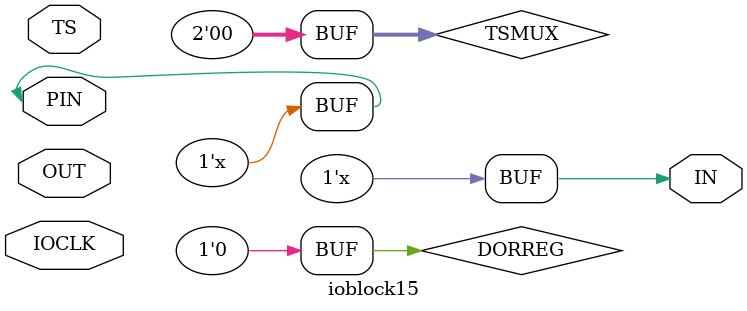
<source format=v>
module ioblock15(
	       inout  PIN,
	       input  TS,
	       input  OUT,
	       output IN,
	       input IOCLK
	       );
   
   reg 		     D;
   reg [2-1:0] 	     TSMUX;
   reg 		     DORREG;

   assign PIN = ( TSMUX == 2'b00 ) ? 1'bz : (( TSMUX == 2'b01 && TS == 1'b1 ) ? OUT : (( TSMUX == 2'b01 && TS == 1'b0 ) ? 1'bz : OUT));
   assign IN  = ( DORREG == 1'b0 ) ? PIN  : D;
   
   initial
     begin
	D=1'b0;
	TSMUX=2'b00;
	DORREG=1'b0;
     end
   
   always @(posedge IOCLK) D=PIN;
   
endmodule       

</source>
